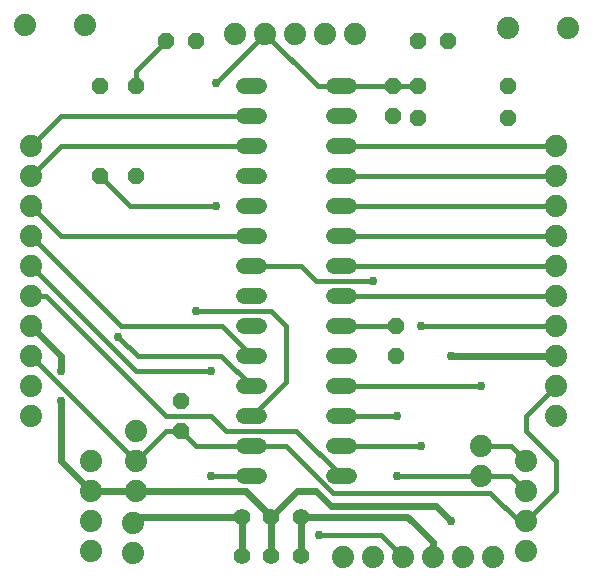
<source format=gbr>
G04 EAGLE Gerber RS-274X export*
G75*
%MOMM*%
%FSLAX34Y34*%
%LPD*%
%INTop Copper*%
%IPPOS*%
%AMOC8*
5,1,8,0,0,1.08239X$1,22.5*%
G01*
%ADD10P,1.429621X8X112.500000*%
%ADD11P,1.429621X8X292.500000*%
%ADD12P,1.429621X8X22.500000*%
%ADD13P,1.429621X8X202.500000*%
%ADD14C,1.320800*%
%ADD15C,1.879600*%
%ADD16C,1.408000*%
%ADD17C,0.609600*%
%ADD18C,0.406400*%
%ADD19C,0.756400*%


D10*
X152400Y127000D03*
X152400Y152400D03*
D11*
X331470Y419100D03*
X331470Y393700D03*
X334010Y215900D03*
X334010Y190500D03*
D12*
X353060Y457200D03*
X378460Y457200D03*
D13*
X165100Y457200D03*
X139700Y457200D03*
X429260Y392430D03*
X353060Y392430D03*
D10*
X114300Y342900D03*
X114300Y419100D03*
D13*
X429260Y419100D03*
X353060Y419100D03*
D11*
X83820Y419100D03*
X83820Y342900D03*
D14*
X205296Y418910D02*
X218504Y418910D01*
X218504Y393510D02*
X205296Y393510D01*
X205296Y368110D02*
X218504Y368110D01*
X218504Y342710D02*
X205296Y342710D01*
X205296Y317310D02*
X218504Y317310D01*
X218504Y291910D02*
X205296Y291910D01*
X205296Y266510D02*
X218504Y266510D01*
X218504Y241110D02*
X205296Y241110D01*
X205296Y215710D02*
X218504Y215710D01*
X218504Y190310D02*
X205296Y190310D01*
X205296Y164910D02*
X218504Y164910D01*
X218504Y139510D02*
X205296Y139510D01*
X205296Y114110D02*
X218504Y114110D01*
X218504Y88710D02*
X205296Y88710D01*
X281496Y88710D02*
X294704Y88710D01*
X294704Y114110D02*
X281496Y114110D01*
X281496Y139510D02*
X294704Y139510D01*
X294704Y164910D02*
X281496Y164910D01*
X281496Y190310D02*
X294704Y190310D01*
X294704Y215710D02*
X281496Y215710D01*
X281496Y241110D02*
X294704Y241110D01*
X294704Y266510D02*
X281496Y266510D01*
X281496Y291910D02*
X294704Y291910D01*
X294704Y317310D02*
X281496Y317310D01*
X281496Y342710D02*
X294704Y342710D01*
X294704Y368110D02*
X281496Y368110D01*
X281496Y393510D02*
X294704Y393510D01*
X294704Y418910D02*
X281496Y418910D01*
D15*
X406400Y114300D03*
X406400Y88900D03*
X469900Y368300D03*
X469900Y342900D03*
X469900Y317500D03*
X469900Y292100D03*
X469900Y266700D03*
X469900Y241300D03*
X469900Y215900D03*
X469900Y190500D03*
X469900Y165100D03*
X469900Y139700D03*
X25400Y241300D03*
X25400Y215900D03*
X25400Y190500D03*
X25400Y165100D03*
X25400Y139700D03*
X25400Y368300D03*
X25400Y342900D03*
X25400Y317500D03*
X25400Y292100D03*
X25400Y266700D03*
X114300Y127000D03*
X114300Y101600D03*
X114300Y76200D03*
X111760Y24130D03*
X111760Y49530D03*
D16*
X203600Y21600D03*
X228600Y21600D03*
X253600Y21600D03*
X253600Y54600D03*
X228600Y54600D03*
X203600Y54600D03*
D15*
X76200Y25400D03*
X76200Y50800D03*
X76200Y76200D03*
X76200Y101600D03*
X416560Y20320D03*
X391160Y20320D03*
X365760Y20320D03*
X340360Y20320D03*
X314960Y20320D03*
X289560Y20320D03*
X198120Y463550D03*
X223520Y463550D03*
X248920Y463550D03*
X274320Y463550D03*
X299720Y463550D03*
X444500Y25400D03*
X444500Y50800D03*
X444500Y76200D03*
X444500Y101600D03*
X429260Y468630D03*
X480060Y468630D03*
X71120Y471170D03*
X20320Y471170D03*
D17*
X203600Y54600D02*
X203600Y21600D01*
X116830Y54600D02*
X111760Y49530D01*
X116830Y54600D02*
X203600Y54600D01*
D18*
X331280Y418910D02*
X331470Y419100D01*
X331280Y418910D02*
X288100Y418910D01*
X211900Y114110D02*
X165291Y114110D01*
X152400Y127000D01*
X331470Y419100D02*
X353060Y419100D01*
X109220Y317500D02*
X83820Y342900D01*
D19*
X181610Y317500D03*
D18*
X109220Y317500D01*
D19*
X181610Y317500D03*
D18*
X181610Y421640D02*
X223520Y463550D01*
D19*
X181610Y421640D03*
D18*
X211900Y114110D02*
X241491Y114110D01*
X280670Y74930D01*
X414020Y74930D01*
X438150Y50800D02*
X444500Y50800D01*
X438150Y50800D02*
X414020Y74930D01*
X444500Y139700D02*
X469900Y165100D01*
X444500Y139700D02*
X444500Y127000D01*
X469900Y101600D01*
X469900Y76200D01*
X444500Y50800D01*
X114300Y101600D02*
X25400Y190500D01*
X268161Y418910D02*
X223520Y463550D01*
X268161Y418910D02*
X288100Y418910D01*
X139700Y127000D02*
X114300Y101600D01*
X139700Y127000D02*
X152400Y127000D01*
D17*
X253600Y54600D02*
X253600Y21600D01*
X343770Y54600D02*
X347570Y50800D01*
X343770Y54600D02*
X253600Y54600D01*
X365760Y33020D02*
X365760Y20320D01*
X365760Y33020D02*
X347980Y50800D01*
X347570Y50800D01*
D18*
X114300Y419100D02*
X114300Y431800D01*
X139700Y457200D01*
X288100Y215710D02*
X333820Y215710D01*
X334010Y215900D01*
D19*
X165100Y228600D03*
D18*
X228600Y228600D01*
X241300Y215900D01*
X241300Y168910D02*
X211900Y139510D01*
X241300Y168910D02*
X241300Y215900D01*
D19*
X99060Y207010D03*
D18*
X115570Y190500D01*
X186309Y190500D02*
X211900Y164910D01*
X186309Y190500D02*
X115570Y190500D01*
X288100Y164910D02*
X406210Y164910D01*
X406400Y165100D01*
D19*
X406400Y165100D03*
D18*
X406400Y114300D02*
X431800Y114300D01*
X444500Y101600D01*
X288290Y139700D02*
X288100Y139510D01*
X288290Y139700D02*
X335280Y139700D01*
D19*
X335280Y139700D03*
X335280Y88900D03*
D18*
X406400Y88900D01*
X431800Y88900D01*
X444500Y76200D01*
X254191Y266510D02*
X211900Y266510D01*
X254191Y266510D02*
X266700Y254000D01*
X314960Y254000D01*
D19*
X314960Y254000D03*
D18*
X321310Y39370D02*
X340360Y20320D01*
D19*
X269240Y39370D03*
D18*
X321310Y39370D01*
X25400Y368300D02*
X50610Y393510D01*
X211900Y393510D01*
X50610Y368110D02*
X25400Y342900D01*
X50610Y368110D02*
X211900Y368110D01*
X211900Y291910D02*
X50991Y291910D01*
X25400Y317500D01*
X186500Y215710D02*
X211900Y190310D01*
X186500Y215710D02*
X101791Y215710D01*
X25400Y292100D01*
X288100Y368110D02*
X288290Y368300D01*
X469900Y368300D01*
X288290Y342900D02*
X288100Y342710D01*
X288290Y342900D02*
X469900Y342900D01*
X469710Y317310D02*
X288100Y317310D01*
X469710Y317310D02*
X469900Y317500D01*
X469710Y291910D02*
X288100Y291910D01*
X469710Y291910D02*
X469900Y292100D01*
X469710Y266510D02*
X288100Y266510D01*
X469710Y266510D02*
X469900Y266700D01*
X469710Y241110D02*
X288100Y241110D01*
X469710Y241110D02*
X469900Y241300D01*
X469900Y215900D02*
X355600Y215900D01*
D19*
X355600Y215900D03*
X355600Y114300D03*
D18*
X355410Y114110D01*
X288100Y114110D01*
X288100Y88710D02*
X249809Y127000D01*
X38100Y241300D02*
X25400Y241300D01*
X38100Y241300D02*
X139700Y139700D01*
X177800Y139700D01*
X190500Y127000D01*
X249809Y127000D01*
X114300Y177800D02*
X25400Y266700D01*
D19*
X177800Y88900D03*
D18*
X211709Y88900D01*
X211900Y88710D01*
D19*
X177800Y177800D03*
D18*
X114300Y177800D01*
D19*
X381000Y190500D03*
D17*
X228600Y54600D02*
X228600Y21600D01*
X114300Y76200D02*
X76200Y76200D01*
X114300Y76200D02*
X207000Y76200D01*
X228600Y54600D01*
X250200Y76200D01*
X266700Y76200D01*
X279400Y63500D01*
X368300Y63500D01*
X381000Y50800D01*
D19*
X381000Y50800D03*
D17*
X381000Y190500D02*
X469900Y190500D01*
X50800Y190500D02*
X25400Y215900D01*
X50800Y190500D02*
X50800Y177800D01*
D19*
X50800Y177800D03*
X50800Y152400D03*
D17*
X50800Y101600D01*
X76200Y76200D01*
M02*

</source>
